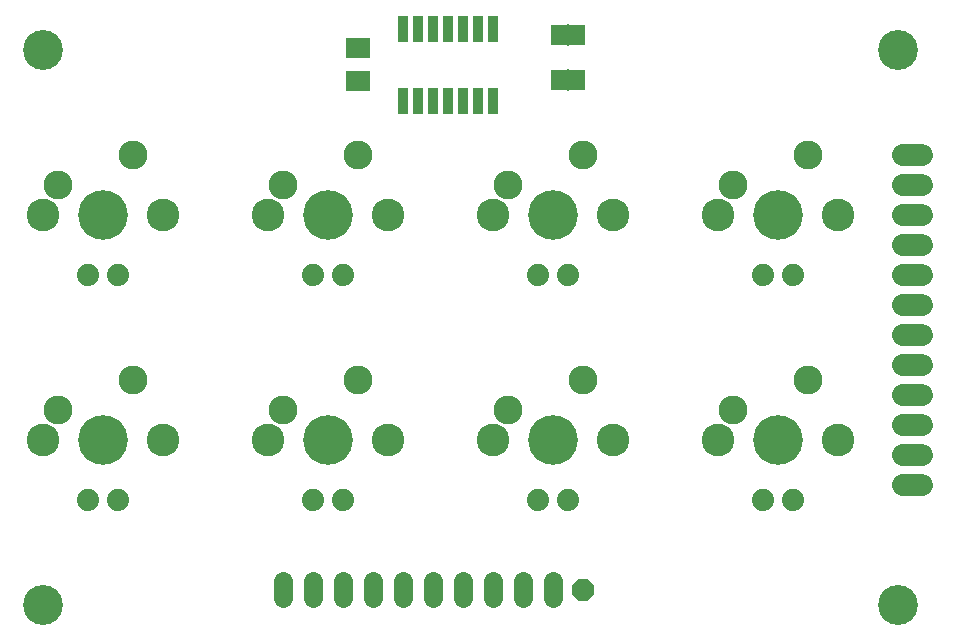
<source format=gts>
G75*
%MOIN*%
%OFA0B0*%
%FSLAX24Y24*%
%IPPOS*%
%LPD*%
%AMOC8*
5,1,8,0,0,1.08239X$1,22.5*
%
%ADD10C,0.1330*%
%ADD11C,0.0966*%
%ADD12C,0.1092*%
%ADD13C,0.1655*%
%ADD14C,0.0740*%
%ADD15C,0.0720*%
%ADD16C,0.0640*%
%ADD17OC8,0.0720*%
%ADD18R,0.0340X0.0880*%
%ADD19R,0.0540X0.0710*%
%ADD20R,0.0060X0.0720*%
%ADD21R,0.0789X0.0710*%
D10*
X002180Y002180D03*
X002180Y020680D03*
X030680Y020680D03*
X030680Y002180D03*
D11*
X025180Y008680D03*
X027680Y009680D03*
X020180Y009680D03*
X017680Y008680D03*
X012680Y009680D03*
X010180Y008680D03*
X005180Y009680D03*
X002680Y008680D03*
X002680Y016180D03*
X005180Y017180D03*
X010180Y016180D03*
X012680Y017180D03*
X017680Y016180D03*
X020180Y017180D03*
X025180Y016180D03*
X027680Y017180D03*
D12*
X028680Y015180D03*
X024680Y015180D03*
X021180Y015180D03*
X017180Y015180D03*
X013680Y015180D03*
X009680Y015180D03*
X006180Y015180D03*
X002180Y015180D03*
X002180Y007680D03*
X006180Y007680D03*
X009680Y007680D03*
X013680Y007680D03*
X017180Y007680D03*
X021180Y007680D03*
X024680Y007680D03*
X028680Y007680D03*
D13*
X026680Y007680D03*
X019180Y007680D03*
X011680Y007680D03*
X004180Y007680D03*
X004180Y015180D03*
X011680Y015180D03*
X019180Y015180D03*
X026680Y015180D03*
D14*
X026180Y013180D03*
X027180Y013180D03*
X019680Y013180D03*
X018680Y013180D03*
X012180Y013180D03*
X011180Y013180D03*
X004680Y013180D03*
X003680Y013180D03*
X003680Y005680D03*
X004680Y005680D03*
X011180Y005680D03*
X012180Y005680D03*
X018680Y005680D03*
X019680Y005680D03*
X026180Y005680D03*
X027180Y005680D03*
D15*
X030860Y006180D02*
X031500Y006180D01*
X031500Y007180D02*
X030860Y007180D01*
X030860Y008180D02*
X031500Y008180D01*
X031500Y009180D02*
X030860Y009180D01*
X030860Y010180D02*
X031500Y010180D01*
X031500Y011180D02*
X030860Y011180D01*
X030860Y012180D02*
X031500Y012180D01*
X031500Y013180D02*
X030860Y013180D01*
X030860Y014180D02*
X031500Y014180D01*
X031500Y015180D02*
X030860Y015180D01*
X030860Y016180D02*
X031500Y016180D01*
X031500Y017180D02*
X030860Y017180D01*
D16*
X019180Y002960D02*
X019180Y002400D01*
X018180Y002400D02*
X018180Y002960D01*
X017180Y002960D02*
X017180Y002400D01*
X016180Y002400D02*
X016180Y002960D01*
X015180Y002960D02*
X015180Y002400D01*
X014180Y002400D02*
X014180Y002960D01*
X013180Y002960D02*
X013180Y002400D01*
X012180Y002400D02*
X012180Y002960D01*
X011180Y002960D02*
X011180Y002400D01*
X010180Y002400D02*
X010180Y002960D01*
D17*
X020180Y002680D03*
D18*
X017180Y018970D03*
X016680Y018970D03*
X016180Y018970D03*
X015680Y018970D03*
X015180Y018970D03*
X014680Y018970D03*
X014180Y018970D03*
X014180Y021390D03*
X014680Y021390D03*
X015180Y021390D03*
X015680Y021390D03*
X016180Y021390D03*
X016680Y021390D03*
X017180Y021390D03*
D19*
X019380Y021180D03*
X019980Y021180D03*
X019980Y019680D03*
X019380Y019680D03*
D20*
X019680Y019680D03*
X019680Y021180D03*
D21*
X012680Y020731D03*
X012680Y019629D03*
M02*

</source>
